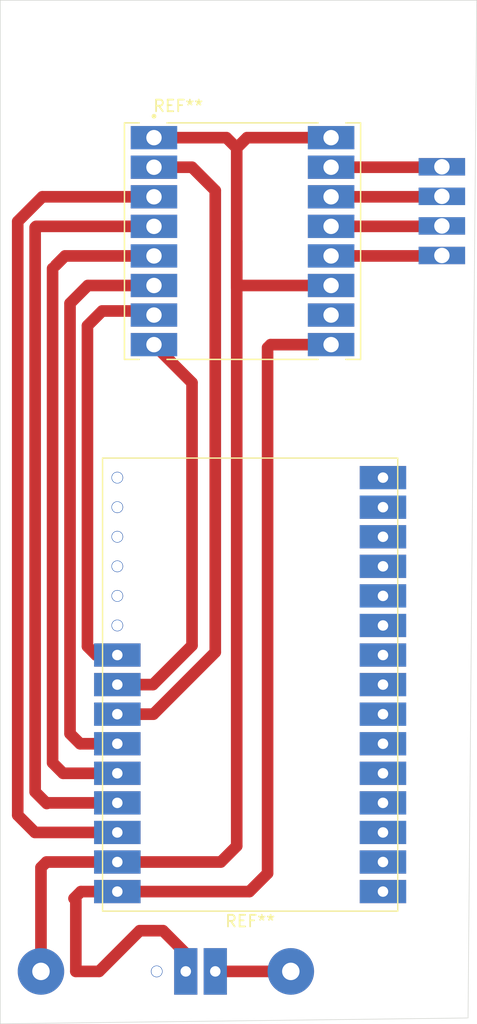
<source format=kicad_pcb>
(kicad_pcb (version 20241229) (generator "pcbnew") (generator_version "9.0")
  (layers (0 "F.Cu" signal) (2 "B.Cu" signal) (13 "F.Paste" user) (15 "B.Paste" user) (5 "F.SilkS" user "F.Silkscreen") (7 "B.SilkS" user "B.Silkscreen") (1 "F.Mask" user) (3 "B.Mask" user) (25 "Edge.Cuts" user))
  (net 0 "")
  (footprint "" (layer "F.Cu") (at 59 30.92)
    (property "Reference" "" (at 0 0 0) (layer "F.SilkS") (effects (font (size 1.27 1.27))))
    (property "Value" "")
    (pad "14" thru_hole rect (at 0 0) (size 4 1.5) (drill 1.32) (layers "*.Cu" "*.Mask"))
  )
  (footprint "" (layer "F.Cu") (at 59 28.38)
    (property "Reference" "" (at 0 0 0) (layer "F.SilkS") (effects (font (size 1.27 1.27))))
    (property "Value" "")
    (pad "15" thru_hole rect (at 0 0) (size 4 1.5) (drill 1.32) (layers "*.Cu" "*.Mask"))
  )
  (footprint "" (layer "F.Cu") (at 59 36)
    (property "Reference" "" (at 0 0 0) (layer "F.SilkS") (effects (font (size 1.27 1.27))))
    (property "Value" "")
    (pad "12" thru_hole rect (at 0 0) (size 4 1.5) (drill 1.32) (layers "*.Cu" "*.Mask"))
  )
  (footprint "" (layer "F.Cu") (at 36.96 97.5 -90)
    (property "Reference" "" (at 0 0 90) (layer "F.SilkS") (effects (font (size 1.27 1.27))))
    (property "Value" "")
    (pad "17" thru_hole rect (at 0 0 270) (size 4 2) (drill 0.9) (layers "*.Cu" "*.Mask") (thermal_bridge_width 2) (thermal_gap 4))
  )
  (footprint "" (layer "F.Cu") (at 59 33.46)
    (property "Reference" "" (at 0 0 0) (layer "F.SilkS") (effects (font (size 1.27 1.27))))
    (property "Value" "")
    (pad "13" thru_hole rect (at 0 0) (size 4 1.5) (drill 1.32) (layers "*.Cu" "*.Mask"))
  )
  (footprint "" (layer "F.Cu") (at 39.5 97.5)
    (property "Reference" "" (at 0 0 0) (layer "F.SilkS") (effects (font (size 1.27 1.27))))
    (property "Value" "")
    (pad "18" thru_hole rect (at 0 0 270) (size 4 2) (drill 0.9) (layers "*.Cu" "*.Mask"))
  )
  (footprint "" (layer "F.Cu") (at 34.46 97.5 -90)
    (property "Reference" "" (at 0 0 90) (layer "F.SilkS") (effects (font (size 1.27 1.27))))
    (property "Value" "")
    (pad "17" thru_hole circle (at 0 0 270) (size 1 1) (drill 0.9) (layers "*.Cu" "*.Mask") (thermal_bridge_width 2) (thermal_gap 4))
  )
  (footprint "puente h:MODULE_ROB-14450" (layer "F.Cu") (at 41.845 34.7675)
    (property "Reference" "REF**" (at -5.5332 -11.6132 0) (layer "F.SilkS"))
    (property "Value" "MODULE_ROB-14450")
    (fp_line (start -10.16 -10.16) (end -10.16 10.16) (stroke (width 0.127)) (layer "F.SilkS"))
    (fp_line (start -8.89 -10.16) (end -10.16 -10.16) (stroke (width 0.127)) (layer "F.SilkS"))
    (fp_line (start -8.89 10.16) (end -10.16 10.16) (stroke (width 0.127)) (layer "F.SilkS"))
    (fp_line (start -6.5 -10.16) (end 6.5 -10.16) (stroke (width 0.127)) (layer "F.SilkS"))
    (fp_line (start -6.5 10.16) (end 6.5 10.16) (stroke (width 0.127)) (layer "F.SilkS"))
    (fp_line (start 8.89 -10.16) (end 10.16 -10.16) (stroke (width 0.127)) (layer "F.SilkS"))
    (fp_line (start 8.89 10.16) (end 10.16 10.16) (stroke (width 0.127)) (layer "F.SilkS"))
    (fp_line (start 10.16 10.16) (end 10.16 -10.16) (stroke (width 0.127)) (layer "F.SilkS"))
    (fp_circle (center -7.62 -10.7282) (end -7.52 -10.7282) (stroke (width 0.2)) (fill no) (layer "F.SilkS"))
    (pad "1" thru_hole rect (at -7.62 -8.89) (size 4 2) (drill 1.32) (layers "*.Cu" "*.Mask"))
    (pad "2" thru_hole rect (at -7.62 -6.35) (size 4 2) (drill 1.32) (layers "*.Cu" "*.Mask"))
    (pad "3" thru_hole rect (at -7.62 -3.81) (size 4 2) (drill 1.32) (layers "*.Cu" "*.Mask"))
    (pad "4" thru_hole rect (at -7.62 -1.27) (size 4 2) (drill 1.32) (layers "*.Cu" "*.Mask"))
    (pad "5" thru_hole rect (at -7.62 1.27) (size 4 2) (drill 1.32) (layers "*.Cu" "*.Mask"))
    (pad "6" thru_hole rect (at -7.62 3.81) (size 4 2) (drill 1.32) (layers "*.Cu" "*.Mask"))
    (pad "7" thru_hole rect (at -7.62 6.35) (size 4 2) (drill 1.32) (layers "*.Cu" "*.Mask"))
    (pad "8" thru_hole rect (at -7.62 8.89) (size 4 2) (drill 1.32) (layers "*.Cu" "*.Mask"))
    (pad "9" thru_hole rect (at 7.62 8.89) (size 4 2) (drill 1.32) (layers "*.Cu" "*.Mask"))
    (pad "10" thru_hole rect (at 7.62 6.35) (size 4 2) (drill 1.32) (layers "*.Cu" "*.Mask"))
    (pad "11" thru_hole rect (at 7.62 3.81) (size 4 2) (drill 1.32) (layers "*.Cu" "*.Mask"))
    (pad "12" thru_hole rect (at 7.62 1.27) (size 4 2) (drill 1.32) (layers "*.Cu" "*.Mask"))
    (pad "13" thru_hole rect (at 7.62 -1.27) (size 4 2) (drill 1.32) (layers "*.Cu" "*.Mask"))
    (pad "14" thru_hole rect (at 7.62 -3.81) (size 4 2) (drill 1.32) (layers "*.Cu" "*.Mask"))
    (pad "15" thru_hole rect (at 7.62 -6.35) (size 4 2) (drill 1.32) (layers "*.Cu" "*.Mask"))
    (pad "16" thru_hole rect (at 7.62 -8.89) (size 4 2) (drill 1.32) (layers "*.Cu" "*.Mask"))
  )
  (footprint "RF_Module:ESP32-C3-DevKitM-1" (layer "F.Cu") (at 31.07 55.0825)
    (property "Reference" "REF**" (at 11.43 38.1 0) (layer "F.SilkS"))
    (property "Value" "ESP32-C3-DevKitM-1")
    (fp_line (start -1.27 -1.68) (end 24.13 -1.68) (stroke (width 0.12)) (layer "F.SilkS"))
    (fp_line (start -1.27 37.24) (end -1.27 -1.68) (stroke (width 0.12)) (layer "F.SilkS"))
    (fp_line (start 24.13 -1.68) (end 24.13 37.24) (stroke (width 0.12)) (layer "F.SilkS"))
    (fp_line (start 24.13 37.24) (end -1.27 37.24) (stroke (width 0.12)) (layer "F.SilkS"))
    (pad "1" thru_hole circle (at 0 0) (size 1 1) (drill 0.9) (layers "*.Cu" "*.Mask") (thermal_bridge_width 2) (thermal_gap 4))
    (pad "2" thru_hole circle (at 0 2.54) (size 1 1) (drill 0.9) (layers "*.Cu" "*.Mask") (thermal_bridge_width 2) (thermal_gap 4))
    (pad "3" thru_hole circle (at 0 5.08) (size 1 1) (drill 0.9) (layers "*.Cu" "*.Mask") (thermal_bridge_width 2) (thermal_gap 4))
    (pad "4" thru_hole circle (at 0 7.62) (size 1 1) (drill 0.9) (layers "*.Cu" "*.Mask") (thermal_bridge_width 2) (thermal_gap 4))
    (pad "5" thru_hole circle (at 0 10.16) (size 1 1) (drill 0.9) (layers "*.Cu" "*.Mask") (thermal_bridge_width 2) (thermal_gap 4))
    (pad "6" thru_hole circle (at 0 12.7) (size 1 1) (drill 0.9) (layers "*.Cu" "*.Mask") (thermal_bridge_width 2) (thermal_gap 4))
    (pad "7" thru_hole rect (at 0 15.24) (size 4 2) (drill 0.9) (layers "*.Cu" "*.Mask") (thermal_bridge_width 2) (thermal_gap 4))
    (pad "8" thru_hole rect (at 0 17.78) (size 4 2) (drill 0.9) (layers "*.Cu" "*.Mask") (thermal_bridge_width 2) (thermal_gap 4))
    (pad "9" thru_hole rect (at 0 20.32) (size 4 2) (drill 0.9) (layers "*.Cu" "*.Mask") (thermal_bridge_width 2) (thermal_gap 4))
    (pad "10" thru_hole rect (at 0 22.86) (size 4 2) (drill 0.9) (layers "*.Cu" "*.Mask") (thermal_bridge_width 2) (thermal_gap 4))
    (pad "11" thru_hole rect (at 0 25.4) (size 4 2) (drill 0.9) (layers "*.Cu" "*.Mask") (thermal_bridge_width 2) (thermal_gap 4))
    (pad "12" thru_hole rect (at 0 27.94) (size 4 2) (drill 0.9) (layers "*.Cu" "*.Mask") (thermal_bridge_width 2) (thermal_gap 4))
    (pad "13" thru_hole rect (at 0 30.48) (size 4 2) (drill 0.9) (layers "*.Cu" "*.Mask") (thermal_bridge_width 2) (thermal_gap 4))
    (pad "14" thru_hole rect (at 0 33.02) (size 4 2) (drill 0.9) (layers "*.Cu" "*.Mask") (thermal_bridge_width 2) (thermal_gap 4))
    (pad "15" thru_hole rect (at 0 35.56) (size 4 2) (drill 0.9) (layers "*.Cu" "*.Mask") (thermal_bridge_width 2) (thermal_gap 4))
    (pad "16" thru_hole rect (at 22.86 35.56) (size 4 2) (drill 0.9) (layers "*.Cu" "*.Mask") (thermal_bridge_width 2) (thermal_gap 4))
    (pad "17" thru_hole rect (at 22.86 33.02) (size 4 2) (drill 0.9) (layers "*.Cu" "*.Mask") (thermal_bridge_width 2) (thermal_gap 4))
    (pad "18" thru_hole rect (at 22.86 30.48) (size 4 2) (drill 0.9) (layers "*.Cu" "*.Mask") (thermal_bridge_width 2) (thermal_gap 4))
    (pad "19" thru_hole rect (at 22.86 27.94) (size 4 2) (drill 0.9) (layers "*.Cu" "*.Mask") (thermal_bridge_width 2) (thermal_gap 4))
    (pad "20" thru_hole rect (at 22.86 25.4) (size 4 2) (drill 0.9) (layers "*.Cu" "*.Mask") (thermal_bridge_width 2) (thermal_gap 4))
    (pad "21" thru_hole rect (at 22.86 22.86) (size 4 2) (drill 0.9) (layers "*.Cu" "*.Mask") (thermal_bridge_width 2) (thermal_gap 4))
    (pad "22" thru_hole rect (at 22.86 20.32) (size 4 2) (drill 0.9) (layers "*.Cu" "*.Mask") (thermal_bridge_width 2) (thermal_gap 4))
    (pad "23" thru_hole rect (at 22.86 17.78) (size 4 2) (drill 0.9) (layers "*.Cu" "*.Mask") (thermal_bridge_width 2) (thermal_gap 4))
    (pad "24" thru_hole rect (at 22.86 15.24) (size 4 2) (drill 0.9) (layers "*.Cu" "*.Mask") (thermal_bridge_width 2) (thermal_gap 4))
    (pad "25" thru_hole rect (at 22.86 12.7) (size 4 2) (drill 0.9) (layers "*.Cu" "*.Mask") (thermal_bridge_width 2) (thermal_gap 4))
    (pad "26" thru_hole rect (at 22.86 10.16) (size 4 2) (drill 0.9) (layers "*.Cu" "*.Mask") (thermal_bridge_width 2) (thermal_gap 4))
    (pad "27" thru_hole rect (at 22.86 7.62) (size 4 2) (drill 0.9) (layers "*.Cu" "*.Mask") (thermal_bridge_width 2) (thermal_gap 4))
    (pad "28" thru_hole rect (at 22.86 5.08) (size 4 2) (drill 0.9) (layers "*.Cu" "*.Mask") (thermal_bridge_width 2) (thermal_gap 4))
    (pad "29" thru_hole rect (at 22.86 2.54) (size 4 2) (drill 0.9) (layers "*.Cu" "*.Mask") (thermal_bridge_width 2) (thermal_gap 4))
    (pad "30" thru_hole rect (at 22.86 0) (size 4 2) (drill 0.9) (layers "*.Cu" "*.Mask") (thermal_bridge_width 2) (thermal_gap 4))
  )
  (gr_line (start 61.25 101.5) (end 21 102) (stroke (width 0.05)) (layer "Edge.Cuts"))
  (gr_line (start 21 14.0775) (end 62 14.0775) (stroke (width 0.05)) (layer "Edge.Cuts"))
  (gr_line (start 21 14.0775) (end 21 102) (stroke (width 0.05)) (layer "Edge.Cuts"))
  (gr_line (start 62 14.0775) (end 61.25 101.5) (stroke (width 0.05)) (layer "Edge.Cuts"))
  (segment (start 25 83.0775) (end 24 82.0775) (width 1) (layer "F.Cu") (net 0))
  (segment (start 34.1375 72.8625) (end 37.5 69.5) (width 1) (layer "F.Cu") (net 0))
  (segment (start 39.5 70.0775) (end 39.5 30.4225) (width 1) (layer "F.Cu") (net 0))
  (segment (start 42.235 25.8775) (end 49.465 25.8775) (width 1) (layer "F.Cu") (net 0))
  (segment (start 44 89.0775) (end 44 43.9225) (width 1) (layer "F.Cu") (net 0))
  (segment (start 31.07 80.4825) (end 26.405 80.4825) (width 1) (layer "F.Cu") (net 0))
  (segment (start 24.5 88.5775) (end 24.975 88.1025) (width 1) (layer "F.Cu") (net 0))
  (segment (start 59 28.0775) (end 58.66 28.4175) (width 0.2) (layer "F.Cu") (net 0))
  (segment (start 31.07 83.0225) (end 25.055 83.0225) (width 1) (layer "F.Cu") (net 0))
  (segment (start 41.345 26.7675) (end 40.455 25.8775) (width 1) (layer "F.Cu") (net 0))
  (segment (start 25.5 79.5775) (end 25.5 37.1125) (width 1) (layer "F.Cu") (net 0))
  (segment (start 31.07 90.6425) (end 27.935 90.6425) (width 1) (layer "F.Cu") (net 0))
  (segment (start 31.07 88.1025) (end 39.975 88.1025) (width 1) (layer "F.Cu") (net 0))
  (segment (start 58.96 36.0375) (end 49.465 36.0375) (width 1) (layer "F.Cu") (net 0))
  (segment (start 59 31.0775) (end 58.88 30.9575) (width 0.2) (layer "F.Cu") (net 0))
  (segment (start 49.465 38.5775) (end 41.535 38.5775) (width 1) (layer "F.Cu") (net 0))
  (segment (start 44.265 43.6575) (end 44 43.9225) (width 1) (layer "F.Cu") (net 0))
  (segment (start 35 94) (end 36.96 95.96) (width 1) (layer "F.Cu") (net 0))
  (segment (start 27.935 90.6425) (end 27.342387 91.235113) (width 1) (layer "F.Cu") (net 0))
  (segment (start 41.345 38.7675) (end 41.345 26.7675) (width 1) (layer "F.Cu") (net 0))
  (segment (start 41.345 86.7325) (end 41.345 34.7325) (width 1) (layer "F.Cu") (net 0))
  (segment (start 26.405 80.4825) (end 25.5 79.5775) (width 1) (layer "F.Cu") (net 0))
  (segment (start 36.96 95.96) (end 36.96 97.5) (width 1) (layer "F.Cu") (net 0))
  (segment (start 22.5 33.0775) (end 24.62 30.9575) (width 1) (layer "F.Cu") (net 0))
  (segment (start 27 77.0775) (end 27 40.1125) (width 1) (layer "F.Cu") (net 0))
  (segment (start 27.5 91.392726) (end 27.5 97.5) (width 1) (layer "F.Cu") (net 0))
  (segment (start 29.245 70.3225) (end 28.5 69.5775) (width 1) (layer "F.Cu") (net 0))
  (segment (start 37.495 28.4175) (end 34.225 28.4175) (width 1) (layer "F.Cu") (net 0))
  (segment (start 29.5 97.5) (end 33 94) (width 1) (layer "F.Cu") (net 0))
  (segment (start 26.575 36.0375) (end 34.225 36.0375) (width 1) (layer "F.Cu") (net 0))
  (segment (start 27.5 97.5) (end 29.5 97.5) (width 1) (layer "F.Cu") (net 0))
  (segment (start 33 94) (end 35 94) (width 1) (layer "F.Cu") (net 0))
  (segment (start 41.535 38.5775) (end 41.345 38.7675) (width 0.3) (layer "F.Cu") (net 0))
  (segment (start 27 40.1125) (end 28.535 38.5775) (width 1) (layer "F.Cu") (net 0))
  (segment (start 49.465 43.6575) (end 44.265 43.6575) (width 1) (layer "F.Cu") (net 0))
  (segment (start 31.07 72.8625) (end 34.1375 72.8625) (width 1) (layer "F.Cu") (net 0))
  (segment (start 58.66 28.4175) (end 49.465 28.4175) (width 1) (layer "F.Cu") (net 0))
  (segment (start 58.58 33.4975) (end 49.465 33.4975) (width 1) (layer "F.Cu") (net 0))
  (segment (start 31.07 90.6425) (end 42.435 90.6425) (width 1) (layer "F.Cu") (net 0))
  (segment (start 39.975 88.1025) (end 41.345 86.7325) (width 1) (layer "F.Cu") (net 0))
  (segment (start 39.5 30.4225) (end 37.495 28.4175) (width 1) (layer "F.Cu") (net 0))
  (segment (start 25.5 37.1125) (end 25.7675 36.845) (width 0.5) (layer "F.Cu") (net 0))
  (segment (start 42.435 90.6425) (end 44 89.0775) (width 1) (layer "F.Cu") (net 0))
  (segment (start 39.5 97.5) (end 46 97.5) (width 1) (layer "F.Cu") (net 0))
  (segment (start 29.765646 40.7675) (end 33.875 40.7675) (width 1) (layer "F.Cu") (net 0))
  (segment (start 24.62 30.9575) (end 34.225 30.9575) (width 1) (layer "F.Cu") (net 0))
  (segment (start 24 33.5775) (end 24.08 33.4975) (width 0.5) (layer "F.Cu") (net 0))
  (segment (start 31.07 85.5625) (end 23.985 85.5625) (width 1) (layer "F.Cu") (net 0))
  (segment (start 34.175 75.4025) (end 39.5 70.0775) (width 1) (layer "F.Cu") (net 0))
  (segment (start 28.5 42.033146) (end 29.765646 40.7675) (width 1) (layer "F.Cu") (net 0))
  (segment (start 25.055 83.0225) (end 25 83.0775) (width 0.3) (layer "F.Cu") (net 0))
  (segment (start 27.5 91.392726) (end 27.342387 91.235113) (width 0.2) (layer "F.Cu") (net 0))
  (segment (start 31.07 77.9425) (end 27.865 77.9425) (width 1) (layer "F.Cu") (net 0))
  (segment (start 40.455 25.8775) (end 34.225 25.8775) (width 1) (layer "F.Cu") (net 0))
  (segment (start 23.985 85.5625) (end 22.5 84.0775) (width 1) (layer "F.Cu") (net 0))
  (segment (start 24.08 33.4975) (end 34.225 33.4975) (width 1) (layer "F.Cu") (net 0))
  (segment (start 37.5 46.9325) (end 34.225 43.6575) (width 1) (layer "F.Cu") (net 0))
  (segment (start 28.5 69.5775) (end 28.5 42.033146) (width 1) (layer "F.Cu") (net 0))
  (segment (start 58.88 30.9575) (end 49.465 30.9575) (width 1) (layer "F.Cu") (net 0))
  (segment (start 33.875 40.7675) (end 34.225 41.1175) (width 0.5) (layer "F.Cu") (net 0))
  (segment (start 37.5 69.5) (end 37.5 46.9325) (width 1) (layer "F.Cu") (net 0))
  (segment (start 24 82.0775) (end 24 33.5775) (width 1) (layer "F.Cu") (net 0))
  (segment (start 24.975 88.1025) (end 31.07 88.1025) (width 1) (layer "F.Cu") (net 0))
  (segment (start 22.5 84.0775) (end 22.5 33.0775) (width 1) (layer "F.Cu") (net 0))
  (segment (start 59 36.0775) (end 58.96 36.0375) (width 0.2) (layer "F.Cu") (net 0))
  (segment (start 24.5 97.5) (end 24.5 88.5775) (width 1) (layer "F.Cu") (net 0))
  (segment (start 31.07 75.4025) (end 34.175 75.4025) (width 1) (layer "F.Cu") (net 0))
  (segment (start 25.7675 36.845) (end 26.575 36.0375) (width 1) (layer "F.Cu") (net 0))
  (segment (start 41.345 26.7675) (end 42.235 25.8775) (width 1) (layer "F.Cu") (net 0))
  (segment (start 28.535 38.5775) (end 34.225 38.5775) (width 1) (layer "F.Cu") (net 0))
  (segment (start 27.865 77.9425) (end 27 77.0775) (width 1) (layer "F.Cu") (net 0))
  (segment (start 31.07 70.3225) (end 29.245 70.3225) (width 1) (layer "F.Cu") (net 0))
  (via (at 24.5 97.5) (size 4) (drill 1.5) (layers "F.Cu" "B.Cu") (net 0))
  (via (at 46 97.5) (size 4) (drill 1.5) (layers "F.Cu" "B.Cu") (net 0))
)
</source>
